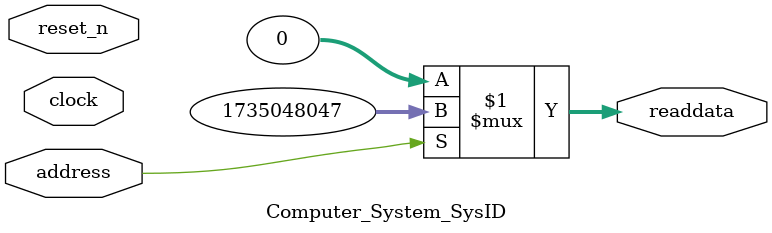
<source format=v>



// synthesis translate_off
`timescale 1ns / 1ps
// synthesis translate_on

// turn off superfluous verilog processor warnings 
// altera message_level Level1 
// altera message_off 10034 10035 10036 10037 10230 10240 10030 

module Computer_System_SysID (
               // inputs:
                address,
                clock,
                reset_n,

               // outputs:
                readdata
             )
;

  output  [ 31: 0] readdata;
  input            address;
  input            clock;
  input            reset_n;

  wire    [ 31: 0] readdata;
  //control_slave, which is an e_avalon_slave
  assign readdata = address ? 1735048047 : 0;

endmodule



</source>
